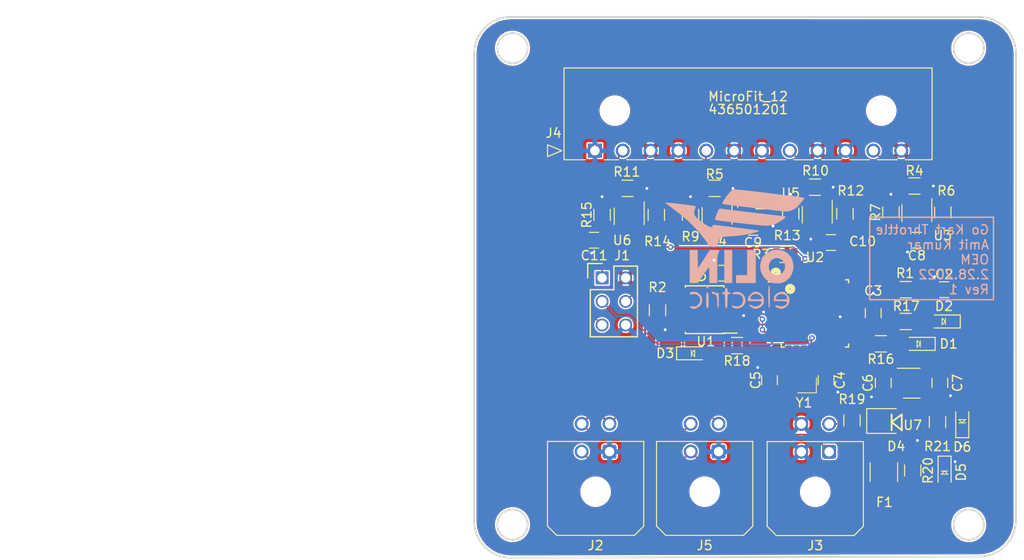
<source format=kicad_pcb>
(kicad_pcb (version 20171130) (host pcbnew 5.1.10)
  (title_block (date 2022-03-07) (rev "Rev 2"))
  (layers (0 F.Cu signal) (31 B.Cu signal) (34 B.Paste user) (35 F.Paste user hide) (36 B.SilkS user) (37 F.SilkS user) (38 B.Mask user) (39 F.Mask user) (44 Edge.Cuts user))
  (net 0 "")
  (net 1 GND)
  (net 2 +5V)
  (net 3 "Net-(C3-Pad1)")
  (net 4 "Net-(C4-Pad1)")
  (net 5 "Net-(C5-Pad1)")
  (net 6 "Net-(D1-Pad2)")
  (net 7 "Net-(D2-Pad2)")
  (net 8 "Net-(D3-Pad2)")
  (net 9 /MISO)
  (net 10 /SCK)
  (net 11 /MOSI)
  (net 12 /RESET)
  (net 13 /CAN_-)
  (net 14 /CAN_+)
  (net 15 /VIN1)
  (net 16 /VIN2)
  (net 17 /VIN3)
  (net 18 /VIN4)
  (net 19 "Net-(R6-Pad2)")
  (net 20 /VOUT1)
  (net 21 /VOUT3)
  (net 22 "Net-(R8-Pad2)")
  (net 23 /VOUT2)
  (net 24 "Net-(R12-Pad2)")
  (net 25 "Net-(R14-Pad2)")
  (net 26 /VOUT4)
  (net 27 /PROGRAMMINGLED1)
  (net 28 /PROGRAMMINGLED2)
  (net 29 /PROGRAMMINGLED3)
  (net 30 /CAN_TX)
  (net 31 /CAN_RX)
  (net 32 "Net-(U1-Pad5)")
  (net 33 "Net-(U2-Pad3)")
  (net 34 "Net-(U2-Pad13)")
  (net 35 "Net-(U2-Pad14)")
  (net 36 "Net-(U2-Pad21)")
  (net 37 "Net-(U2-Pad23)")
  (net 38 "Net-(U2-Pad24)")
  (net 39 "Net-(U2-Pad25)")
  (net 40 "Net-(U2-Pad29)")
  (net 41 "Net-(U2-Pad30)")
  (net 42 "Net-(U2-Pad32)")
  (net 43 +BATT)
  (net 44 /START_BUTTON)
  (net 45 "Net-(J3-Pad3)")
  (net 46 /READY_TO_DRIVE_LED)
  (net 47 "Net-(U2-Pad22)")
  (net 48 "Net-(C6-Pad1)")
  (net 49 "Net-(D5-Pad2)")
  (net 50 "Net-(D6-Pad2)")
  (module footprints:MicroFit_RA_4 (layer F.Cu) (at 163.8695 123.315 180)
    (fp_text reference J2 (at 1.5 -10.12) (layer F.SilkS))
    (fp_text value MicroFit_RA_4)
    (pad "" np_thru_hole circle (at 1.5 -4.32 180) (size 3 3) (drill 3) (layers *.Cu *.Mask))
    (pad 1 thru_hole roundrect (at 0 0 180) (size 1.5 1.5) (drill 1.02) (layers *.Cu *.Mask) (roundrect_rratio 0.166667) (net 1 GND))
    (pad 2 thru_hole circle (at 3 0 180) (size 1.5 1.5) (drill 1.02) (layers *.Cu *.Mask) (net 43 +BATT))
    (pad 3 thru_hole circle (at 0 3 180) (size 1.5 1.5) (drill 1.02) (layers *.Cu *.Mask) (net 14 /CAN_+))
    (pad 4 thru_hole circle (at 3 3 180) (size 1.5 1.5) (drill 1.02) (layers *.Cu *.Mask) (net 13 /CAN_-))
  )
  (module footprints:Small_OE_Logo (layer B.Cu) (at 177.419 101.4095 180)
    (fp_text reference G*** hide)
    (fp_text value LOGO hide)
  )
  (module footprints:R_0805_OEM (layer F.Cu) (at 195.773 109.2835)
    (fp_text reference R17 (at 0.061 -1.651) (layer F.SilkS))
    (fp_text value R_200 hide)
    (pad 1 smd rect (at -0.95 0) (size 0.7 1.3) (layers F.Cu F.Paste F.Mask) (net 28 /PROGRAMMINGLED2))
    (pad 2 smd rect (at 0.95 0) (size 0.7 1.3) (layers F.Cu F.Paste F.Mask) (net 7 "Net-(D2-Pad2)"))
  )
  (module footprints:LED_0805_OEM (layer F.Cu) (at 199.855 109.2835 180)
    (fp_text reference D2 (at -0.043 1.651) (layer F.SilkS))
    (fp_text value LED_0805_Amber hide)
    (pad 2 smd rect (at 1.1 0) (size 1.2 1.2) (layers F.Cu F.Paste F.Mask) (net 7 "Net-(D2-Pad2)"))
    (pad 1 smd rect (at -1.1 0) (size 1.2 1.2) (layers F.Cu F.Paste F.Mask) (net 1 GND))
  )
  (module footprints:R_0805_OEM (layer F.Cu) (at 193.101 111.6965)
    (fp_text reference R16 (at 0 1.651) (layer F.SilkS))
    (fp_text value R_200 hide)
    (pad 1 smd rect (at -0.95 0) (size 0.7 1.3) (layers F.Cu F.Paste F.Mask) (net 27 /PROGRAMMINGLED1))
    (pad 2 smd rect (at 0.95 0) (size 0.7 1.3) (layers F.Cu F.Paste F.Mask) (net 6 "Net-(D1-Pad2)"))
  )
  (module footprints:LED_0805_OEM (layer F.Cu) (at 197.147 111.6965 180)
    (fp_text reference D1 (at -3.259 0) (layer F.SilkS))
    (fp_text value LED_0805 hide)
    (pad 2 smd rect (at 1.1 0) (size 1.2 1.2) (layers F.Cu F.Paste F.Mask) (net 6 "Net-(D1-Pad2)"))
    (pad 1 smd rect (at -1.1 0) (size 1.2 1.2) (layers F.Cu F.Paste F.Mask) (net 1 GND))
  )
  (module footprints:R_0805_OEM (layer F.Cu) (at 178.562 96.3905 270)
    (fp_text reference R8 (at 0 -1.65 90) (layer F.SilkS))
    (fp_text value R_10K hide)
    (pad 1 smd rect (at -0.95 0 270) (size 0.7 1.3) (layers F.Cu F.Paste F.Mask) (net 21 /VOUT3))
    (pad 2 smd rect (at 0.95 0 270) (size 0.7 1.3) (layers F.Cu F.Paste F.Mask) (net 22 "Net-(R8-Pad2)"))
  )
  (module footprints:R_0805_OEM (layer F.Cu) (at 177.612 111.887 180)
    (fp_text reference R18 (at 0.0025 -1.651) (layer F.SilkS))
    (fp_text value R_200 hide)
    (pad 2 smd rect (at 0.95 0 180) (size 0.7 1.3) (layers F.Cu F.Paste F.Mask) (net 8 "Net-(D3-Pad2)"))
    (pad 1 smd rect (at -0.95 0 180) (size 0.7 1.3) (layers F.Cu F.Paste F.Mask) (net 29 /PROGRAMMINGLED3))
  )
  (module footprints:LED_0805_OEM (layer F.Cu) (at 172.89 112.7125)
    (fp_text reference D3 (at -3.0275 0) (layer F.SilkS))
    (fp_text value LED_0805_Red hide)
    (pad 1 smd rect (at -1.1 0 180) (size 1.2 1.2) (layers F.Cu F.Paste F.Mask) (net 1 GND))
    (pad 2 smd rect (at 1.1 0 180) (size 1.2 1.2) (layers F.Cu F.Paste F.Mask) (net 8 "Net-(D3-Pad2)"))
  )
  (module footprints:C_0805_OEM (layer F.Cu) (at 176.133 104.0765 180)
    (fp_text reference C1 (at 2.397 0 270) (layer F.SilkS))
    (fp_text value C_0.1uF hide)
    (pad 2 smd rect (at 1 0 180) (size 1 1.25) (layers F.Cu F.Paste F.Mask) (net 1 GND))
    (pad 1 smd rect (at -1 0 180) (size 1 1.25) (layers F.Cu F.Paste F.Mask) (net 2 +5V))
  )
  (module footprints:C_0805_OEM (layer F.Cu) (at 199.914 105.8545 180)
    (fp_text reference C2 (at 0 1.651) (layer F.SilkS))
    (fp_text value C_0.1uF hide)
    (pad 1 smd rect (at -1 0 180) (size 1 1.25) (layers F.Cu F.Paste F.Mask) (net 2 +5V))
    (pad 2 smd rect (at 1 0 180) (size 1 1.25) (layers F.Cu F.Paste F.Mask) (net 1 GND))
  )
  (module footprints:C_0805_OEM (layer F.Cu) (at 192.278 108.3785 90)
    (fp_text reference C3 (at 2.397 0 180) (layer F.SilkS))
    (fp_text value C_100pF hide)
    (pad 1 smd rect (at -1 0 90) (size 1 1.25) (layers F.Cu F.Paste F.Mask) (net 3 "Net-(C3-Pad1)"))
    (pad 2 smd rect (at 1 0 90) (size 1 1.25) (layers F.Cu F.Paste F.Mask) (net 1 GND))
  )
  (module footprints:C_0805_OEM (layer F.Cu) (at 187.198 115.6175 270)
    (fp_text reference C4 (at 0 -1.5 90) (layer F.SilkS))
    (fp_text value C_30pF hide)
    (pad 2 smd rect (at 1 0 270) (size 1 1.25) (layers F.Cu F.Paste F.Mask) (net 1 GND))
    (pad 1 smd rect (at -1 0 270) (size 1 1.25) (layers F.Cu F.Paste F.Mask) (net 4 "Net-(C4-Pad1)"))
  )
  (module footprints:C_0805_OEM (layer F.Cu) (at 181.102 115.6175 90)
    (fp_text reference C5 (at 0 -1.5 90) (layer F.SilkS))
    (fp_text value C_30pF hide)
    (pad 1 smd rect (at -1 0 90) (size 1 1.25) (layers F.Cu F.Paste F.Mask) (net 5 "Net-(C5-Pad1)"))
    (pad 2 smd rect (at 1 0 90) (size 1 1.25) (layers F.Cu F.Paste F.Mask) (net 1 GND))
  )
  (module footprints:Pin_Header_Straight_2x03 (layer F.Cu) (at 163.068 104.5845)
    (fp_text reference J1 (at 2.159 -2.413) (layer F.SilkS))
    (fp_text value CONN_02X03 hide)
    (pad 1 thru_hole rect (at 0 0) (size 1.4 1.4) (drill 1.016) (layers *.Cu *.Mask) (net 9 /MISO))
    (pad 2 thru_hole circle (at 2.54 0) (size 1.4 1.4) (drill 1.016) (layers *.Cu *.Mask) (net 2 +5V))
    (pad 3 thru_hole circle (at 0 2.54) (size 1.4 1.4) (drill 1.016) (layers *.Cu *.Mask) (net 10 /SCK))
    (pad 4 thru_hole circle (at 2.54 2.54) (size 1.4 1.4) (drill 1.016) (layers *.Cu *.Mask) (net 11 /MOSI))
    (pad 5 thru_hole circle (at 0 5.08) (size 1.4 1.4) (drill 1.016) (layers *.Cu *.Mask) (net 12 /RESET))
    (pad 6 thru_hole circle (at 2.54 5.08) (size 1.4 1.4) (drill 1.016) (layers *.Cu *.Mask) (net 1 GND))
  )
  (module footprints:MicroFit12_ra (layer F.Cu) (at 162.291719 90.8685 180)
    (fp_text reference J4 (at 4.445 1.905) (layer F.SilkS))
    (fp_text value MicroFit_12 (at -16.499993 5.842) (layer F.SilkS))
    (fp_text user * (at 0 0) (layer F.SilkS))
    (fp_text user 436501201 (at -16.51 4.445) (layer F.SilkS))
    (pad 1 thru_hole rect (at 0 0 180) (size 1.52 1.52) (drill 1.02) (layers *.Cu *.Mask) (net 1 GND))
    (pad 2 thru_hole circle (at -2.999999 0 180) (size 1.52 1.52) (drill 1.02) (layers *.Cu *.Mask) (net 18 /VIN4))
    (pad 3 thru_hole circle (at -5.999998 0 180) (size 1.52 1.52) (drill 1.02) (layers *.Cu *.Mask) (net 2 +5V))
    (pad 4 thru_hole circle (at -8.999997 0 180) (size 1.52 1.52) (drill 1.02) (layers *.Cu *.Mask) (net 1 GND))
    (pad 5 thru_hole circle (at -11.999996 0 180) (size 1.52 1.52) (drill 1.02) (layers *.Cu *.Mask) (net 17 /VIN3))
    (pad 6 thru_hole circle (at -14.999995 0 180) (size 1.52 1.52) (drill 1.02) (layers *.Cu *.Mask) (net 2 +5V))
    (pad 7 thru_hole circle (at -17.999994 0 180) (size 1.52 1.52) (drill 1.02) (layers *.Cu *.Mask) (net 1 GND))
    (pad 8 thru_hole circle (at -20.999994 0 180) (size 1.52 1.52) (drill 1.02) (layers *.Cu *.Mask) (net 16 /VIN2))
    (pad 9 thru_hole circle (at -23.999993 0 180) (size 1.52 1.52) (drill 1.02) (layers *.Cu *.Mask) (net 2 +5V))
    (pad 10 thru_hole circle (at -26.999992 0 180) (size 1.52 1.52) (drill 1.02) (layers *.Cu *.Mask) (net 1 GND))
    (pad 11 thru_hole circle (at -29.999991 0 180) (size 1.52 1.52) (drill 1.02) (layers *.Cu *.Mask) (net 15 /VIN1))
    (pad 12 thru_hole circle (at -32.99999 0 180) (size 1.52 1.52) (drill 1.02) (layers *.Cu *.Mask) (net 2 +5V))
    (pad M1 np_thru_hole circle (at -2.150044 4.319999 180) (size 2.999999 2.999999) (drill 2.999999) (layers *.Cu *.Mask))
    (pad M2 np_thru_hole circle (at -30.849987 4.319999 180) (size 2.999999 2.999999) (drill 2.999999) (layers *.Cu *.Mask))
  )
  (module footprints:R_0805_OEM (layer F.Cu) (at 195.773 105.8545 180)
    (fp_text reference R1 (at 0.061 1.778) (layer F.SilkS))
    (fp_text value R_100 hide)
    (pad 2 smd rect (at 0.95 0 180) (size 0.7 1.3) (layers F.Cu F.Paste F.Mask) (net 3 "Net-(C3-Pad1)"))
    (pad 1 smd rect (at -0.95 0 180) (size 0.7 1.3) (layers F.Cu F.Paste F.Mask) (net 2 +5V))
  )
  (module footprints:R_0805_OEM (layer F.Cu) (at 169.037 108.0795 90)
    (fp_text reference R2 (at 2.479 0 180) (layer F.SilkS))
    (fp_text value R_120_DNP hide)
    (pad 1 smd rect (at -0.95 0 90) (size 0.7 1.3) (layers F.Cu F.Paste F.Mask) (net 14 /CAN_+))
    (pad 2 smd rect (at 0.95 0 90) (size 0.7 1.3) (layers F.Cu F.Paste F.Mask) (net 13 /CAN_-))
  )
  (module footprints:R_0805_OEM (layer F.Cu) (at 182.819 102.0445)
    (fp_text reference R3 (at -2.606 0) (layer F.SilkS))
    (fp_text value R_10K hide)
    (pad 1 smd rect (at -0.95 0) (size 0.7 1.3) (layers F.Cu F.Paste F.Mask) (net 2 +5V))
    (pad 2 smd rect (at 0.95 0) (size 0.7 1.3) (layers F.Cu F.Paste F.Mask) (net 12 /RESET))
  )
  (module footprints:R_0805_OEM (layer F.Cu) (at 196.723 94.6785 180)
    (fp_text reference R4 (at 0 1.651) (layer F.SilkS))
    (fp_text value R_100K hide)
    (pad 2 smd rect (at 0.95 0 180) (size 0.7 1.3) (layers F.Cu F.Paste F.Mask) (net 15 /VIN1))
    (pad 1 smd rect (at -0.95 0 180) (size 0.7 1.3) (layers F.Cu F.Paste F.Mask) (net 1 GND))
  )
  (module footprints:R_0805_OEM (layer F.Cu) (at 175.199 94.9325 180)
    (fp_text reference R5 (at 0 1.524) (layer F.SilkS))
    (fp_text value R_100K hide)
    (pad 2 smd rect (at 0.95 0 180) (size 0.7 1.3) (layers F.Cu F.Paste F.Mask) (net 17 /VIN3))
    (pad 1 smd rect (at -0.95 0 180) (size 0.7 1.3) (layers F.Cu F.Paste F.Mask) (net 1 GND))
  )
  (module footprints:R_0805_OEM (layer F.Cu) (at 199.771 97.5335 270)
    (fp_text reference R6 (at -2.347 -0.381 180) (layer F.SilkS))
    (fp_text value R_10K hide)
    (pad 2 smd rect (at 0.95 0 270) (size 0.7 1.3) (layers F.Cu F.Paste F.Mask) (net 19 "Net-(R6-Pad2)"))
    (pad 1 smd rect (at -0.95 0 270) (size 0.7 1.3) (layers F.Cu F.Paste F.Mask) (net 20 /VOUT1))
  )
  (module footprints:R_0805_OEM (layer F.Cu) (at 194.183 97.5335 90)
    (fp_text reference R7 (at 0 -1.65 90) (layer F.SilkS))
    (fp_text value R_10K_DNP hide)
    (pad 1 smd rect (at -0.95 0 90) (size 0.7 1.3) (layers F.Cu F.Paste F.Mask) (net 19 "Net-(R6-Pad2)"))
    (pad 2 smd rect (at 0.95 0 90) (size 0.7 1.3) (layers F.Cu F.Paste F.Mask) (net 1 GND))
  )
  (module footprints:R_0805_OEM (layer F.Cu) (at 172.593 97.7875 90)
    (fp_text reference R9 (at -2.352 0 180) (layer F.SilkS))
    (fp_text value R_10K_DNP hide)
    (pad 2 smd rect (at 0.95 0 90) (size 0.7 1.3) (layers F.Cu F.Paste F.Mask) (net 1 GND))
    (pad 1 smd rect (at -0.95 0 90) (size 0.7 1.3) (layers F.Cu F.Paste F.Mask) (net 22 "Net-(R8-Pad2)"))
  )
  (module footprints:R_0805_OEM (layer F.Cu) (at 185.994 94.8055 180)
    (fp_text reference R10 (at -0.061 1.778) (layer F.SilkS))
    (fp_text value R_100K hide)
    (pad 1 smd rect (at -0.95 0 180) (size 0.7 1.3) (layers F.Cu F.Paste F.Mask) (net 1 GND))
    (pad 2 smd rect (at 0.95 0 180) (size 0.7 1.3) (layers F.Cu F.Paste F.Mask) (net 16 /VIN2))
  )
  (module footprints:R_0805_OEM (layer F.Cu) (at 165.801 94.9325 180)
    (fp_text reference R11 (at 0.066 1.778) (layer F.SilkS))
    (fp_text value R_100K hide)
    (pad 2 smd rect (at 0.95 0 180) (size 0.7 1.3) (layers F.Cu F.Paste F.Mask) (net 18 /VIN4))
    (pad 1 smd rect (at -0.95 0 180) (size 0.7 1.3) (layers F.Cu F.Paste F.Mask) (net 1 GND))
  )
  (module footprints:R_0805_OEM (layer F.Cu) (at 189.23 97.6605 270)
    (fp_text reference R12 (at -2.474 -0.635 180) (layer F.SilkS))
    (fp_text value R_10K hide)
    (pad 1 smd rect (at -0.95 0 270) (size 0.7 1.3) (layers F.Cu F.Paste F.Mask) (net 23 /VOUT2))
    (pad 2 smd rect (at 0.95 0 270) (size 0.7 1.3) (layers F.Cu F.Paste F.Mask) (net 24 "Net-(R12-Pad2)"))
  )
  (module footprints:R_0805_OEM (layer F.Cu) (at 183.388 97.6605 90)
    (fp_text reference R13 (at -2.352 -0.381 180) (layer F.SilkS))
    (fp_text value R_10K_DNP hide)
    (pad 1 smd rect (at -0.95 0 90) (size 0.7 1.3) (layers F.Cu F.Paste F.Mask) (net 24 "Net-(R12-Pad2)"))
    (pad 2 smd rect (at 0.95 0 90) (size 0.7 1.3) (layers F.Cu F.Paste F.Mask) (net 1 GND))
  )
  (module footprints:R_0805_OEM (layer F.Cu) (at 168.91 97.7875 270)
    (fp_text reference R14 (at 2.86 -0.127 180) (layer F.SilkS))
    (fp_text value R_10K hide)
    (pad 2 smd rect (at 0.95 0 270) (size 0.7 1.3) (layers F.Cu F.Paste F.Mask) (net 25 "Net-(R14-Pad2)"))
    (pad 1 smd rect (at -0.95 0 270) (size 0.7 1.3) (layers F.Cu F.Paste F.Mask) (net 26 /VOUT4))
  )
  (module footprints:R_0805_OEM (layer F.Cu) (at 163.068 97.7875 90)
    (fp_text reference R15 (at 0 -1.65 90) (layer F.SilkS))
    (fp_text value R_10K_DNP hide)
    (pad 1 smd rect (at -0.95 0 90) (size 0.7 1.3) (layers F.Cu F.Paste F.Mask) (net 25 "Net-(R14-Pad2)"))
    (pad 2 smd rect (at 0.95 0 90) (size 0.7 1.3) (layers F.Cu F.Paste F.Mask) (net 1 GND))
  )
  (module footprints:SOIC-8_3.9x4.9mm_Pitch1.27mm_OEM (layer F.Cu) (at 174.117 108.0135 180)
    (fp_text reference U1 (at -0.127 -3.429) (layer F.SilkS))
    (fp_text value MCP2561-E_SN hide)
    (pad 8 smd rect (at 2.7 -1.905 180) (size 1.55 0.6) (layers F.Cu F.Paste F.Mask) (net 1 GND))
    (pad 7 smd rect (at 2.7 -0.635 180) (size 1.55 0.6) (layers F.Cu F.Paste F.Mask) (net 14 /CAN_+))
    (pad 6 smd rect (at 2.7 0.635 180) (size 1.55 0.6) (layers F.Cu F.Paste F.Mask) (net 13 /CAN_-))
    (pad 5 smd rect (at 2.7 1.905 180) (size 1.55 0.6) (layers F.Cu F.Paste F.Mask) (net 32 "Net-(U1-Pad5)"))
    (pad 4 smd rect (at -2.7 1.905 180) (size 1.55 0.6) (layers F.Cu F.Paste F.Mask) (net 31 /CAN_RX))
    (pad 3 smd rect (at -2.7 0.635 180) (size 1.55 0.6) (layers F.Cu F.Paste F.Mask) (net 2 +5V))
    (pad 2 smd rect (at -2.7 -0.635 180) (size 1.55 0.6) (layers F.Cu F.Paste F.Mask) (net 1 GND))
    (pad 1 smd rect (at -2.7 -1.905 180) (size 1.55 0.6) (layers F.Cu F.Paste F.Mask) (net 30 /CAN_TX))
  )
  (module footprints:TQFP-32_7x7mm_Pitch0.8mm (layer F.Cu) (at 185.996 108.4135)
    (fp_text reference U2 (at 0 -6.05) (layer F.SilkS))
    (fp_text value ATMEGA16M1 hide)
    (pad 1 smd rect (at -4.25 -2.8) (size 1.6 0.55) (layers F.Cu F.Paste F.Mask) (net 9 /MISO))
    (pad 2 smd rect (at -4.25 -2) (size 1.6 0.55) (layers F.Cu F.Paste F.Mask) (net 11 /MOSI))
    (pad 3 smd rect (at -4.25 -1.2) (size 1.6 0.55) (layers F.Cu F.Paste F.Mask) (net 33 "Net-(U2-Pad3)"))
    (pad 4 smd rect (at -4.25 -0.4) (size 1.6 0.55) (layers F.Cu F.Paste F.Mask) (net 2 +5V))
    (pad 5 smd rect (at -4.25 0.4) (size 1.6 0.55) (layers F.Cu F.Paste F.Mask) (net 1 GND))
    (pad 6 smd rect (at -4.25 1.2) (size 1.6 0.55) (layers F.Cu F.Paste F.Mask) (net 30 /CAN_TX))
    (pad 7 smd rect (at -4.25 2) (size 1.6 0.55) (layers F.Cu F.Paste F.Mask) (net 31 /CAN_RX))
    (pad 8 smd rect (at -4.25 2.8) (size 1.6 0.55) (layers F.Cu F.Paste F.Mask) (net 29 /PROGRAMMINGLED3))
    (pad 9 smd rect (at -2.8 4.25 90) (size 1.6 0.55) (layers F.Cu F.Paste F.Mask) (net 44 /START_BUTTON))
    (pad 10 smd rect (at -2 4.25 90) (size 1.6 0.55) (layers F.Cu F.Paste F.Mask) (net 5 "Net-(C5-Pad1)"))
    (pad 11 smd rect (at -1.2 4.25 90) (size 1.6 0.55) (layers F.Cu F.Paste F.Mask) (net 4 "Net-(C4-Pad1)"))
    (pad 12 smd rect (at -0.4 4.25 90) (size 1.6 0.55) (layers F.Cu F.Paste F.Mask) (net 10 /SCK))
    (pad 13 smd rect (at 0.4 4.25 90) (size 1.6 0.55) (layers F.Cu F.Paste F.Mask) (net 34 "Net-(U2-Pad13)"))
    (pad 14 smd rect (at 1.2 4.25 90) (size 1.6 0.55) (layers F.Cu F.Paste F.Mask) (net 35 "Net-(U2-Pad14)"))
    (pad 15 smd rect (at 2 4.25 90) (size 1.6 0.55) (layers F.Cu F.Paste F.Mask) (net 46 /READY_TO_DRIVE_LED))
    (pad 16 smd rect (at 2.8 4.25 90) (size 1.6 0.55) (layers F.Cu F.Paste F.Mask) (net 20 /VOUT1))
    (pad 17 smd rect (at 4.25 2.8) (size 1.6 0.55) (layers F.Cu F.Paste F.Mask) (net 27 /PROGRAMMINGLED1))
    (pad 18 smd rect (at 4.25 2) (size 1.6 0.55) (layers F.Cu F.Paste F.Mask) (net 28 /PROGRAMMINGLED2))
    (pad 19 smd rect (at 4.25 1.2) (size 1.6 0.55) (layers F.Cu F.Paste F.Mask) (net 3 "Net-(C3-Pad1)"))
    (pad 20 smd rect (at 4.25 0.4) (size 1.6 0.55) (layers F.Cu F.Paste F.Mask) (net 1 GND))
    (pad 21 smd rect (at 4.25 -0.4) (size 1.6 0.55) (layers F.Cu F.Paste F.Mask) (net 36 "Net-(U2-Pad21)"))
    (pad 22 smd rect (at 4.25 -1.2) (size 1.6 0.55) (layers F.Cu F.Paste F.Mask) (net 47 "Net-(U2-Pad22)"))
    (pad 23 smd rect (at 4.25 -2) (size 1.6 0.55) (layers F.Cu F.Paste F.Mask) (net 37 "Net-(U2-Pad23)"))
    (pad 24 smd rect (at 4.25 -2.8) (size 1.6 0.55) (layers F.Cu F.Paste F.Mask) (net 38 "Net-(U2-Pad24)"))
    (pad 25 smd rect (at 2.8 -4.25 90) (size 1.6 0.55) (layers F.Cu F.Paste F.Mask) (net 39 "Net-(U2-Pad25)"))
    (pad 26 smd rect (at 2 -4.25 90) (size 1.6 0.55) (layers F.Cu F.Paste F.Mask) (net 23 /VOUT2))
    (pad 27 smd rect (at 1.2 -4.25 90) (size 1.6 0.55) (layers F.Cu F.Paste F.Mask) (net 21 /VOUT3))
    (pad 28 smd rect (at 0.4 -4.25 90) (size 1.6 0.55) (layers F.Cu F.Paste F.Mask) (net 26 /VOUT4))
    (pad 29 smd rect (at -0.4 -4.25 90) (size 1.6 0.55) (layers F.Cu F.Paste F.Mask) (net 40 "Net-(U2-Pad29)"))
    (pad 30 smd rect (at -1.2 -4.25 90) (size 1.6 0.55) (layers F.Cu F.Paste F.Mask) (net 41 "Net-(U2-Pad30)"))
    (pad 31 smd rect (at -2 -4.25 90) (size 1.6 0.55) (layers F.Cu F.Paste F.Mask) (net 12 /RESET))
    (pad 32 smd rect (at -2.8 -4.25 90) (size 1.6 0.55) (layers F.Cu F.Paste F.Mask) (net 42 "Net-(U2-Pad32)"))
  )
  (module footprints:Crystal_SMD_FA238 (layer F.Cu) (at 184.15 115.3795 180)
    (fp_text reference Y1 (at -0.67564 -2.66192) (layer F.SilkS))
    (fp_text value Crystal_SMD hide)
    (pad 1 smd rect (at -1.1 0.8 180) (size 1.4 1.2) (layers F.Cu F.Mask) (net 4 "Net-(C4-Pad1)"))
    (pad 2 smd rect (at 1.1 0.8 180) (size 1.4 1.2) (layers F.Cu F.Mask) (net 1 GND))
    (pad 3 smd rect (at 1.1 -0.8 180) (size 1.4 1.2) (layers F.Cu F.Mask) (net 5 "Net-(C5-Pad1)"))
    (pad 4 smd rect (at -1.1 -0.8 180) (size 1.4 1.2) (layers F.Cu F.Mask) (net 1 GND))
  )
  (module footprints:SOT-23-5_OEM (layer F.Cu) (at 196.977 97.5995 270)
    (fp_text reference U3 (at 2.413 -2.794 180) (layer F.SilkS))
    (fp_text value MCP6001 hide)
    (pad 5 smd rect (at 1.1 -0.95 270) (size 1.06 0.65) (layers F.Cu F.Paste F.Mask) (net 2 +5V))
    (pad 4 smd rect (at 1.1 0.95 270) (size 1.06 0.65) (layers F.Cu F.Paste F.Mask) (net 19 "Net-(R6-Pad2)"))
    (pad 3 smd rect (at -1.1 0.95 270) (size 1.06 0.65) (layers F.Cu F.Paste F.Mask) (net 15 /VIN1))
    (pad 2 smd rect (at -1.1 0 270) (size 1.06 0.65) (layers F.Cu F.Paste F.Mask) (net 1 GND))
    (pad 1 smd rect (at -1.1 -0.95 270) (size 1.06 0.65) (layers F.Cu F.Paste F.Mask) (net 20 /VOUT1))
  )
  (module footprints:SOT-23-5_OEM (layer F.Cu) (at 175.453 97.8965 270)
    (fp_text reference U4 (at 2.751 -0.061 180) (layer F.SilkS))
    (fp_text value MCP6001 hide)
    (pad 1 smd rect (at -1.1 -0.95 270) (size 1.06 0.65) (layers F.Cu F.Paste F.Mask) (net 21 /VOUT3))
    (pad 2 smd rect (at -1.1 0 270) (size 1.06 0.65) (layers F.Cu F.Paste F.Mask) (net 1 GND))
    (pad 3 smd rect (at -1.1 0.95 270) (size 1.06 0.65) (layers F.Cu F.Paste F.Mask) (net 17 /VIN3))
    (pad 4 smd rect (at 1.1 0.95 270) (size 1.06 0.65) (layers F.Cu F.Paste F.Mask) (net 22 "Net-(R8-Pad2)"))
    (pad 5 smd rect (at 1.1 -0.95 270) (size 1.06 0.65) (layers F.Cu F.Paste F.Mask) (net 2 +5V))
  )
  (module footprints:SOT-23-5_OEM (layer F.Cu) (at 186.248 97.7695 270)
    (fp_text reference U5 (at -2.329 2.86 180) (layer F.SilkS))
    (fp_text value MCP6001 hide)
    (pad 5 smd rect (at 1.1 -0.95 270) (size 1.06 0.65) (layers F.Cu F.Paste F.Mask) (net 2 +5V))
    (pad 4 smd rect (at 1.1 0.95 270) (size 1.06 0.65) (layers F.Cu F.Paste F.Mask) (net 24 "Net-(R12-Pad2)"))
    (pad 3 smd rect (at -1.1 0.95 270) (size 1.06 0.65) (layers F.Cu F.Paste F.Mask) (net 16 /VIN2))
    (pad 2 smd rect (at -1.1 0 270) (size 1.06 0.65) (layers F.Cu F.Paste F.Mask) (net 1 GND))
    (pad 1 smd rect (at -1.1 -0.95 270) (size 1.06 0.65) (layers F.Cu F.Paste F.Mask) (net 23 /VOUT2))
  )
  (module footprints:SOT-23-5_OEM (layer F.Cu) (at 165.989 97.9375 270)
    (fp_text reference U6 (at 2.583 0.762 180) (layer F.SilkS))
    (fp_text value MCP6001 hide)
    (pad 1 smd rect (at -1.1 -0.95 270) (size 1.06 0.65) (layers F.Cu F.Paste F.Mask) (net 26 /VOUT4))
    (pad 2 smd rect (at -1.1 0 270) (size 1.06 0.65) (layers F.Cu F.Paste F.Mask) (net 1 GND))
    (pad 3 smd rect (at -1.1 0.95 270) (size 1.06 0.65) (layers F.Cu F.Paste F.Mask) (net 18 /VIN4))
    (pad 4 smd rect (at 1.1 0.95 270) (size 1.06 0.65) (layers F.Cu F.Paste F.Mask) (net 25 "Net-(R14-Pad2)"))
    (pad 5 smd rect (at 1.1 -0.95 270) (size 1.06 0.65) (layers F.Cu F.Paste F.Mask) (net 2 +5V))
  )
  (module footprints:C_0805_OEM (layer F.Cu) (at 193.3575 115.9035 270)
    (fp_text reference C6 (at 0 1.651 90) (layer F.SilkS))
    (fp_text value C_1uF hide)
    (pad 2 smd rect (at 1 0 270) (size 1 1.25) (layers F.Cu F.Paste F.Mask) (net 1 GND))
    (pad 1 smd rect (at -1 0 270) (size 1 1.25) (layers F.Cu F.Paste F.Mask) (net 48 "Net-(C6-Pad1)"))
  )
  (module footprints:C_0805_OEM (layer F.Cu) (at 199.4535 115.9035 270)
    (fp_text reference C7 (at 0 -1.905 90) (layer F.SilkS))
    (fp_text value C_1uF hide)
    (pad 1 smd rect (at -1 0 270) (size 1 1.25) (layers F.Cu F.Paste F.Mask) (net 2 +5V))
    (pad 2 smd rect (at 1 0 270) (size 1 1.25) (layers F.Cu F.Paste F.Mask) (net 1 GND))
  )
  (module footprints:SOT-23-5 (layer F.Cu) (at 196.425501 115.934501)
    (fp_text reference U7 (at 0.106999 4.524999) (layer F.SilkS))
    (fp_text value AP7370)
    (pad 1 smd rect (at -1.1 -0.95) (size 1.06 0.65) (layers F.Cu F.Paste F.Mask) (net 48 "Net-(C6-Pad1)"))
    (pad 2 smd rect (at -1.1 0) (size 1.06 0.65) (layers F.Cu F.Paste F.Mask) (net 1 GND))
    (pad 3 smd rect (at -1.1 0.95) (size 1.06 0.65) (layers F.Cu F.Paste F.Mask))
    (pad 4 smd rect (at 1.1 0.95) (size 1.06 0.65) (layers F.Cu F.Paste F.Mask))
    (pad 5 smd rect (at 1.1 -0.95) (size 1.06 0.65) (layers F.Cu F.Paste F.Mask) (net 2 +5V))
  )
  (module footprints:MicroFit_RA_4 (layer F.Cu) (at 175.617 123.315 180)
    (fp_text reference J5 (at 1.5 -10.12) (layer F.SilkS))
    (fp_text value MicroFit_RA_4)
    (pad 4 thru_hole circle (at 3 3 180) (size 1.5 1.5) (drill 1.02) (layers *.Cu *.Mask) (net 13 /CAN_-))
    (pad 3 thru_hole circle (at 0 3 180) (size 1.5 1.5) (drill 1.02) (layers *.Cu *.Mask) (net 14 /CAN_+))
    (pad 2 thru_hole circle (at 3 0 180) (size 1.5 1.5) (drill 1.02) (layers *.Cu *.Mask) (net 43 +BATT))
    (pad 1 thru_hole roundrect (at 0 0 180) (size 1.5 1.5) (drill 1.02) (layers *.Cu *.Mask) (roundrect_rratio 0.166667) (net 1 GND))
    (pad "" np_thru_hole circle (at 1.5 -4.32 180) (size 3 3) (drill 3) (layers *.Cu *.Mask))
  )
  (module footprints:C_0805_OEM (layer F.Cu) (at 196.977 100.5205)
    (fp_text reference C8 (at 0 1.651) (layer F.SilkS))
    (fp_text value C_1uF hide)
    (pad 1 smd rect (at -1 0) (size 1 1.25) (layers F.Cu F.Paste F.Mask) (net 1 GND))
    (pad 2 smd rect (at 1 0) (size 1 1.25) (layers F.Cu F.Paste F.Mask) (net 2 +5V))
  )
  (module footprints:C_0805_OEM (layer F.Cu) (at 179.34 99.1235 180)
    (fp_text reference C9 (at 0.016 -1.651) (layer F.SilkS))
    (fp_text value C_1uF hide)
    (pad 2 smd rect (at 1 0 180) (size 1 1.25) (layers F.Cu F.Paste F.Mask) (net 2 +5V))
    (pad 1 smd rect (at -1 0 180) (size 1 1.25) (layers F.Cu F.Paste F.Mask) (net 1 GND))
  )
  (module footprints:C_0805_OEM (layer F.Cu) (at 187.722 100.7745)
    (fp_text reference C10 (at 3.413 -0.127) (layer F.SilkS))
    (fp_text value C_1uF hide)
    (pad 1 smd rect (at -1 0) (size 1 1.25) (layers F.Cu F.Paste F.Mask) (net 1 GND))
    (pad 2 smd rect (at 1 0) (size 1 1.25) (layers F.Cu F.Paste F.Mask) (net 2 +5V))
  )
  (module footprints:C_0805_OEM (layer F.Cu) (at 162.195 100.5205)
    (fp_text reference C11 (at 0.016 1.651) (layer F.SilkS))
    (fp_text value C_1uF hide)
    (pad 2 smd rect (at 1 0) (size 1 1.25) (layers F.Cu F.Paste F.Mask) (net 2 +5V))
    (pad 1 smd rect (at -1 0) (size 1 1.25) (layers F.Cu F.Paste F.Mask) (net 1 GND))
  )
  (module footprints:MicroFit_RA_4 (layer F.Cu) (at 187.531 123.3325 180)
    (fp_text reference J3 (at 1.5 -10.12) (layer F.SilkS))
    (fp_text value MicroFit_RA_4)
    (pad "" np_thru_hole circle (at 1.5 -4.32 180) (size 3 3) (drill 3) (layers *.Cu *.Mask))
    (pad 1 thru_hole roundrect (at 0 0 180) (size 1.5 1.5) (drill 1.02) (layers *.Cu *.Mask) (roundrect_rratio 0.166667) (net 44 /START_BUTTON))
    (pad 2 thru_hole circle (at 3 0 180) (size 1.5 1.5) (drill 1.02) (layers *.Cu *.Mask) (net 1 GND))
    (pad 3 thru_hole circle (at 0 3 180) (size 1.5 1.5) (drill 1.02) (layers *.Cu *.Mask) (net 45 "Net-(J3-Pad3)"))
    (pad 4 thru_hole circle (at 3 3 180) (size 1.5 1.5) (drill 1.02) (layers *.Cu *.Mask) (net 1 GND))
  )
  (module footprints:R_0805_OEM (layer F.Cu) (at 189.992 119.9515 270)
    (fp_text reference R19 (at -2.286 0 180) (layer F.SilkS))
    (fp_text value R_200 hide)
    (pad 1 smd rect (at -0.95 0 270) (size 0.7 1.3) (layers F.Cu F.Paste F.Mask) (net 46 /READY_TO_DRIVE_LED))
    (pad 2 smd rect (at 0.95 0 270) (size 0.7 1.3) (layers F.Cu F.Paste F.Mask) (net 45 "Net-(J3-Pad3)"))
  )
  (module footprints:DO-214AA (layer F.Cu) (at 194.7545 120.015)
    (fp_text reference D4 (at 0 2.7305) (layer F.SilkS))
    (fp_text value D_Zener_18V hide)
    (pad 2 smd rect (at 2.032 0 180) (size 1.778 2.159) (layers F.Cu F.Paste F.Mask) (net 1 GND))
    (pad 1 smd rect (at -2.032 0 180) (size 1.778 2.159) (layers F.Cu F.Paste F.Mask) (net 48 "Net-(C6-Pad1)"))
  )
  (module footprints:LED_0805_OEM (layer F.Cu) (at 199.9615 125.603 270)
    (fp_text reference D5 (at -0.0635 -1.778 90) (layer F.SilkS))
    (fp_text value LED_0805 hide)
    (pad 2 smd rect (at 1.1 0 90) (size 1.2 1.2) (layers F.Cu F.Paste F.Mask) (net 49 "Net-(D5-Pad2)"))
    (pad 1 smd rect (at -1.1 0 90) (size 1.2 1.2) (layers F.Cu F.Paste F.Mask) (net 1 GND))
  )
  (module footprints:LED_0805_OEM (layer F.Cu) (at 201.8665 120.015 90)
    (fp_text reference D6 (at -2.794 0 180) (layer F.SilkS))
    (fp_text value LED_0805 hide)
    (pad 1 smd rect (at -1.1 0 270) (size 1.2 1.2) (layers F.Cu F.Paste F.Mask) (net 1 GND))
    (pad 2 smd rect (at 1.1 0 270) (size 1.2 1.2) (layers F.Cu F.Paste F.Mask) (net 50 "Net-(D6-Pad2)"))
  )
  (module footprints:Fuse_1210 (layer F.Cu) (at 193.421 125.529 270)
    (fp_text reference F1 (at 3.249 -0.0635 180) (layer F.SilkS))
    (fp_text value F_500mA_16V hide)
    (pad 1 smd rect (at -1.45 0 270) (size 0.9 2.5) (layers F.Cu F.Paste F.Mask) (net 48 "Net-(C6-Pad1)"))
    (pad 2 smd rect (at 1.45 0 270) (size 0.9 2.5) (layers F.Cu F.Paste F.Mask) (net 43 +BATT))
  )
  (module footprints:R_0805_OEM (layer F.Cu) (at 196.5325 125.3465 270)
    (fp_text reference R20 (at 0 -1.65 90) (layer F.SilkS))
    (fp_text value R_1K hide)
    (pad 1 smd rect (at -0.95 0 270) (size 0.7 1.3) (layers F.Cu F.Paste F.Mask) (net 48 "Net-(C6-Pad1)"))
    (pad 2 smd rect (at 0.95 0 270) (size 0.7 1.3) (layers F.Cu F.Paste F.Mask) (net 49 "Net-(D5-Pad2)"))
  )
  (module footprints:R_0805_OEM (layer F.Cu) (at 199.1995 120.1445 90)
    (fp_text reference R21 (at -2.6035 0 180) (layer F.SilkS))
    (fp_text value R_200 hide)
    (pad 2 smd rect (at 0.95 0 90) (size 0.7 1.3) (layers F.Cu F.Paste F.Mask) (net 50 "Net-(D6-Pad2)"))
    (pad 1 smd rect (at -0.95 0 90) (size 0.7 1.3) (layers F.Cu F.Paste F.Mask) (net 2 +5V))
  )
  (gr_arc (start 203.708 80.395606) (end 207.649606 80.395606) (angle -90) (layer Edge.Cuts) (width 0.2))
  (gr_arc (start 153.230106 80.391) (end 153.230106 76.449394) (angle -90) (layer Edge.Cuts) (width 0.2))
  (gr_arc (start 153.230106 130.81) (end 149.2885 130.81) (angle -90) (layer Edge.Cuts) (width 0.2))
  (gr_arc (start 203.703394 130.683) (end 203.703394 134.624606) (angle -90) (layer Edge.Cuts) (width 0.2))
  (gr_circle (center 202.565 79.8195) (end 204.19695 79.8195) (layer Edge.Cuts) (width 0.2))
  (gr_circle (center 153.416 131.191) (end 155.04795 131.191) (layer Edge.Cuts) (width 0.2))
  (gr_circle (center 153.416 79.8195) (end 155.04795 79.8195) (layer Edge.Cuts) (width 0.2))
  (gr_circle (center 202.565 131.191) (end 204.19695 131.191) (layer Edge.Cuts) (width 0.2))
  (gr_line (start 205.232 98.044) (end 191.897 98.044) (layer B.SilkS) (width 0.15))
  (gr_line (start 191.897 98.171) (end 191.897 98.044) (layer B.SilkS) (width 0.15))
  (gr_line (start 191.897 98.425) (end 191.897 98.171) (layer B.SilkS) (width 0.15))
  (gr_line (start 191.897 106.934) (end 191.897 98.425) (layer B.SilkS) (width 0.15))
  (gr_line (start 196.85 106.934) (end 191.897 106.934) (layer B.SilkS) (width 0.15))
  (gr_line (start 205.232 106.934) (end 196.85 106.934) (layer B.SilkS) (width 0.15))
  (gr_line (start 205.232 98.044) (end 205.232 106.934) (layer B.SilkS) (width 0.15))
  (gr_text "Go Kart Throttle\nAmit Kumar\nOEM\n2.28.2022\nRev 1" (at 204.851 102.616) (layer B.SilkS) (effects (font (size 1 1)) (justify left mirror)))
  (gr_line (start 149.2885 130.81) (end 149.2885 80.391) (layer Edge.Cuts) (width 0.2))
  (gr_line (start 203.703394 134.624606) (end 153.230106 134.751606) (layer Edge.Cuts) (width 0.2))
  (gr_line (start 207.649606 80.395606) (end 207.645 130.683) (layer Edge.Cuts) (width 0.2))
  (gr_line (start 153.230106 76.449394) (end 203.708 76.454) (layer Edge.Cuts) (width 0.2))
  (segment (start 165.989 95.6945) (end 166.751 94.9325) (width 0.1524) (layer F.Cu) (net 1))
  (segment (start 165.989 96.8375) (end 165.989 95.6945) (width 0.1524) (layer F.Cu) (net 1))
  (segment (start 175.453 95.6285) (end 176.149 94.9325) (width 0.1524) (layer F.Cu) (net 1))
  (segment (start 175.453 96.7965) (end 175.453 95.6285) (width 0.1524) (layer F.Cu) (net 1))
  (via (at 177.165 94.9325) (size 0.6096) (drill 0.3048) (layers F.Cu B.Cu) (net 1))
  (segment (start 176.149 94.9325) (end 177.165 94.9325) (width 0.1524) (layer F.Cu) (net 1))
  (via (at 187.96 94.8055) (size 0.6096) (drill 0.3048) (layers F.Cu B.Cu) (net 1))
  (segment (start 186.944 94.8055) (end 187.96 94.8055) (width 0.1524) (layer F.Cu) (net 1))
  (segment (start 186.248 95.5015) (end 186.944 94.8055) (width 0.1524) (layer F.Cu) (net 1))
  (segment (start 186.248 96.6695) (end 186.248 95.5015) (width 0.1524) (layer F.Cu) (net 1))
  (via (at 198.755 94.6785) (size 0.6096) (drill 0.3048) (layers F.Cu B.Cu) (net 1))
  (segment (start 197.673 94.6785) (end 198.755 94.6785) (width 0.1524) (layer F.Cu) (net 1))
  (segment (start 196.977 95.3745) (end 197.673 94.6785) (width 0.1524) (layer F.Cu) (net 1))
  (segment (start 196.977 96.4995) (end 196.977 95.3745) (width 0.1524) (layer F.Cu) (net 1))
  (via (at 188.468 116.9035) (size 0.6096) (drill 0.3048) (layers F.Cu B.Cu) (net 1))
  (segment (start 188.182 116.6175) (end 188.468 116.9035) (width 0.1524) (layer F.Cu) (net 1))
  (segment (start 187.198 116.6175) (end 188.182 116.6175) (width 0.1524) (layer F.Cu) (net 1))
  (segment (start 185.688 116.6175) (end 185.25 116.1795) (width 0.1524) (layer F.Cu) (net 1))
  (segment (start 187.198 116.6175) (end 185.688 116.6175) (width 0.1524) (layer F.Cu) (net 1))
  (segment (start 185.25 116.1795) (end 185.204 116.1795) (width 0.1524) (layer F.Cu) (net 1))
  (via (at 179.832 114.2365) (size 0.6096) (drill 0.3048) (layers F.Cu B.Cu) (net 1))
  (segment (start 180.213 114.6175) (end 179.832 114.2365) (width 0.1524) (layer F.Cu) (net 1))
  (segment (start 181.102 114.6175) (end 180.213 114.6175) (width 0.1524) (layer F.Cu) (net 1))
  (segment (start 183.012 114.6175) (end 183.05 114.5795) (width 0.1524) (layer F.Cu) (net 1))
  (segment (start 181.102 114.6175) (end 183.012 114.6175) (width 0.1524) (layer F.Cu) (net 1))
  (segment (start 194.326499 115.934501) (end 195.325501 115.934501) (width 0.1524) (layer F.Cu) (net 1))
  (segment (start 193.3575 116.9035) (end 194.326499 115.934501) (width 0.1524) (layer F.Cu) (net 1))
  (via (at 192.0875 117.4115) (size 0.6096) (drill 0.3048) (layers F.Cu B.Cu) (net 1))
  (segment (start 192.5955 116.9035) (end 192.0875 117.4115) (width 0.1524) (layer F.Cu) (net 1))
  (segment (start 193.3575 116.9035) (end 192.5955 116.9035) (width 0.1524) (layer F.Cu) (net 1))
  (via (at 200.5965 117.2845) (size 0.6096) (drill 0.3048) (layers F.Cu B.Cu) (net 1))
  (segment (start 200.2155 116.9035) (end 200.5965 117.2845) (width 0.1524) (layer F.Cu) (net 1))
  (segment (start 199.4535 116.9035) (end 200.2155 116.9035) (width 0.1524) (layer F.Cu) (net 1))
  (via (at 178.308 108.6485) (size 0.6096) (drill 0.3048) (layers F.Cu B.Cu) (net 1))
  (segment (start 176.817 108.6485) (end 178.308 108.6485) (width 0.1524) (layer F.Cu) (net 1))
  (via (at 175.133 102.6795) (size 0.6096) (drill 0.3048) (layers F.Cu B.Cu) (net 1))
  (segment (start 175.133 104.0765) (end 175.133 102.6795) (width 0.1524) (layer F.Cu) (net 1))
  (via (at 180.467 108.2675) (size 0.6096) (drill 0.3048) (layers F.Cu B.Cu) (net 1))
  (segment (start 181.013 108.8135) (end 180.467 108.2675) (width 0.1524) (layer F.Cu) (net 1))
  (segment (start 181.746 108.8135) (end 181.013 108.8135) (width 0.1524) (layer F.Cu) (net 1))
  (segment (start 188.759994 108.8135) (end 188.721994 108.7755) (width 0.1524) (layer F.Cu) (net 1))
  (via (at 188.721994 108.7755) (size 0.6096) (drill 0.3048) (layers F.Cu B.Cu) (net 1))
  (segment (start 190.246 108.8135) (end 188.759994 108.8135) (width 0.1524) (layer F.Cu) (net 1))
  (via (at 167.894 94.9325) (size 0.6096) (drill 0.3048) (layers F.Cu B.Cu) (net 1))
  (segment (start 166.751 94.9325) (end 167.894 94.9325) (width 0.1524) (layer F.Cu) (net 1))
  (via (at 194.183 95.5675) (size 0.6096) (drill 0.3048) (layers F.Cu B.Cu) (net 1))
  (segment (start 194.183 96.5835) (end 194.183 95.5675) (width 0.1524) (layer F.Cu) (net 1))
  (via (at 195.961 101.7905) (size 0.6096) (drill 0.3048) (layers F.Cu B.Cu) (net 1))
  (segment (start 195.977 101.7745) (end 195.961 101.7905) (width 0.1524) (layer F.Cu) (net 1))
  (segment (start 195.977 100.5205) (end 195.977 101.7745) (width 0.1524) (layer F.Cu) (net 1))
  (via (at 185.547 100.3935) (size 0.6096) (drill 0.3048) (layers F.Cu B.Cu) (net 1))
  (segment (start 185.928 100.7745) (end 185.547 100.3935) (width 0.1524) (layer F.Cu) (net 1))
  (segment (start 186.722 100.7745) (end 185.928 100.7745) (width 0.1524) (layer F.Cu) (net 1))
  (via (at 161.925 101.9175) (size 0.6096) (drill 0.3048) (layers F.Cu B.Cu) (net 1))
  (segment (start 161.322 101.3145) (end 161.925 101.9175) (width 0.1524) (layer F.Cu) (net 1))
  (segment (start 161.322 100.3935) (end 161.322 101.3145) (width 0.1524) (layer F.Cu) (net 1))
  (via (at 163.068 95.8215) (size 0.6096) (drill 0.3048) (layers F.Cu B.Cu) (net 1))
  (segment (start 163.068 96.8375) (end 163.068 95.8215) (width 0.1524) (layer F.Cu) (net 1))
  (via (at 172.593 95.8215) (size 0.6096) (drill 0.3048) (layers F.Cu B.Cu) (net 1))
  (segment (start 172.593 96.8375) (end 172.593 95.8215) (width 0.1524) (layer F.Cu) (net 1))
  (via (at 181.483 98.9965) (size 0.6096) (drill 0.3048) (layers F.Cu B.Cu) (net 1))
  (segment (start 181.356 99.1235) (end 181.483 98.9965) (width 0.1524) (layer F.Cu) (net 1))
  (segment (start 180.34 99.1235) (end 181.356 99.1235) (width 0.1524) (layer F.Cu) (net 1))
  (via (at 183.388 95.5675) (size 0.6096) (drill 0.3048) (layers F.Cu B.Cu) (net 1))
  (segment (start 183.388 96.7105) (end 183.388 95.5675) (width 0.1524) (layer F.Cu) (net 1))
  (segment (start 198.415 111.8645) (end 198.247 111.6965) (width 0.1524) (layer F.Cu) (net 1))
  (segment (start 198.247 111.6965) (end 200.152 111.6965) (width 0.1524) (layer F.Cu) (net 1))
  (segment (start 200.955 110.8935) (end 200.955 109.2835) (width 0.1524) (layer F.Cu) (net 1))
  (segment (start 200.152 111.6965) (end 200.955 110.8935) (width 0.1524) (layer F.Cu) (net 1))
  (segment (start 200.955 109.2835) (end 200.914 109.2835) (width 0.1524) (layer F.Cu) (net 1))
  (segment (start 198.914 107.2835) (end 198.914 105.8545) (width 0.1524) (layer F.Cu) (net 1))
  (segment (start 200.914 109.2835) (end 198.914 107.2835) (width 0.1524) (layer F.Cu) (net 1))
  (via (at 198.882 104.4575) (size 0.6096) (drill 0.3048) (layers F.Cu B.Cu) (net 1))
  (segment (start 198.914 104.4895) (end 198.882 104.4575) (width 0.1524) (layer F.Cu) (net 1))
  (segment (start 198.914 105.8545) (end 198.914 104.4895) (width 0.1524) (layer F.Cu) (net 1))
  (via (at 192.278 106.2355) (size 0.6096) (drill 0.3048) (layers F.Cu B.Cu) (net 1))
  (segment (start 192.278 107.3785) (end 192.278 106.2355) (width 0.1524) (layer F.Cu) (net 1))
  (segment (start 171.79 110.2915) (end 171.417 109.9185) (width 0.1524) (layer F.Cu) (net 1))
  (segment (start 171.79 112.7125) (end 171.79 110.2915) (width 0.1524) (layer F.Cu) (net 1))
  (via (at 169.8625 110.1725) (size 0.6096) (drill 0.3048) (layers F.Cu B.Cu) (net 1))
  (segment (start 170.1165 109.9185) (end 169.8625 110.1725) (width 0.1524) (layer F.Cu) (net 1))
  (segment (start 171.417 109.9185) (end 170.1165 109.9185) (width 0.1524) (layer F.Cu) (net 1))
  (via (at 201.1045 124.3965) (size 0.6096) (drill 0.3048) (layers F.Cu B.Cu) (net 1))
  (segment (start 200.998 124.503) (end 201.1045 124.3965) (width 0.1524) (layer F.Cu) (net 1))
  (segment (start 199.9615 124.503) (end 200.998 124.503) (width 0.1524) (layer F.Cu) (net 1))
  (via (at 201.7395 122.7455) (size 0.6096) (drill 0.3048) (layers F.Cu B.Cu) (net 1))
  (segment (start 201.8665 122.6185) (end 201.7395 122.7455) (width 0.1524) (layer F.Cu) (net 1))
  (segment (start 201.8665 121.115) (end 201.8665 122.6185) (width 0.1524) (layer F.Cu) (net 1))
  (via (at 197.0405 122.1105) (size 0.6096) (drill 0.3048) (layers F.Cu B.Cu) (net 1))
  (segment (start 196.7865 121.8565) (end 197.0405 122.1105) (width 0.1524) (layer F.Cu) (net 1))
  (segment (start 196.7865 120.015) (end 196.7865 121.8565) (width 0.1524) (layer F.Cu) (net 1))
  (segment (start 199.372499 114.984501) (end 199.4535 114.9035) (width 0.1524) (layer F.Cu) (net 2))
  (segment (start 197.525501 114.984501) (end 199.372499 114.984501) (width 0.1524) (layer F.Cu) (net 2))
  (segment (start 177.51993 103.68957) (end 177.133 104.0765) (width 0.1524) (layer F.Cu) (net 2))
  (segment (start 197.977 98.7495) (end 197.927 98.6995) (width 0.1524) (layer F.Cu) (net 2))
  (segment (start 197.977 100.5205) (end 197.977 98.7495) (width 0.1524) (layer F.Cu) (net 2))
  (segment (start 187.198 99.2505) (end 188.722 100.7745) (width 0.1524) (layer F.Cu) (net 2))
  (segment (start 187.198 98.8695) (end 187.198 99.2505) (width 0.1524) (layer F.Cu) (net 2))
  (segment (start 178.213 98.9965) (end 178.34 99.1235) (width 0.1524) (layer F.Cu) (net 2))
  (segment (start 176.403 98.9965) (end 178.213 98.9965) (width 0.1524) (layer F.Cu) (net 2))
  (segment (start 192.043 109.6135) (end 192.278 109.3785) (width 0.1524) (layer F.Cu) (net 3))
  (segment (start 190.246 109.6135) (end 192.043 109.6135) (width 0.1524) (layer F.Cu) (net 3))
  (segment (start 192.278 109.3785) (end 192.564 109.3785) (width 0.1524) (layer F.Cu) (net 3))
  (segment (start 192.564 109.3785) (end 193.675 108.2675) (width 0.1524) (layer F.Cu) (net 3))
  (segment (start 193.675 107.0025) (end 194.823 105.8545) (width 0.1524) (layer F.Cu) (net 3))
  (segment (start 193.675 108.2675) (end 193.675 107.0025) (width 0.1524) (layer F.Cu) (net 3))
  (segment (start 187.16 114.5795) (end 187.198 114.6175) (width 0.1524) (layer F.Cu) (net 4))
  (segment (start 185.25 114.5795) (end 187.16 114.5795) (width 0.1524) (layer F.Cu) (net 4))
  (segment (start 184.796 114.1255) (end 184.796 112.6635) (width 0.1524) (layer F.Cu) (net 4))
  (segment (start 185.25 114.5795) (end 184.796 114.1255) (width 0.1524) (layer F.Cu) (net 4))
  (segment (start 182.612 116.6175) (end 183.05 116.1795) (width 0.1524) (layer F.Cu) (net 5))
  (segment (start 181.102 116.6175) (end 182.612 116.6175) (width 0.1524) (layer F.Cu) (net 5))
  (segment (start 183.996 116.0859) (end 183.996 112.6635) (width 0.1524) (layer F.Cu) (net 5))
  (segment (start 183.9024 116.1795) (end 183.996 116.0859) (width 0.1524) (layer F.Cu) (net 5))
  (segment (start 183.05 116.1795) (end 183.9024 116.1795) (width 0.1524) (layer F.Cu) (net 5))
  (segment (start 194.051 111.6965) (end 196.047 111.6965) (width 0.1524) (layer F.Cu) (net 6))
  (segment (start 196.723 109.2835) (end 198.755 109.2835) (width 0.1524) (layer F.Cu) (net 7))
  (segment (start 175.8365 112.7125) (end 176.662 111.887) (width 0.1524) (layer F.Cu) (net 8))
  (segment (start 173.99 112.7125) (end 175.8365 112.7125) (width 0.1524) (layer F.Cu) (net 8))
  (segment (start 164.719 101.7905) (end 180.213 101.7905) (width 0.1524) (layer F.Cu) (net 9))
  (segment (start 180.213 101.7905) (end 180.467 102.0445) (width 0.1524) (layer F.Cu) (net 9))
  (segment (start 180.467 102.0445) (end 180.467 105.4735) (width 0.1524) (layer F.Cu) (net 9))
  (segment (start 181.606 105.4735) (end 181.746 105.6135) (width 0.1524) (layer F.Cu) (net 9))
  (segment (start 180.467 105.4735) (end 181.606 105.4735) (width 0.1524) (layer F.Cu) (net 9))
  (segment (start 163.068 103.4415) (end 164.719 101.7905) (width 0.1524) (layer F.Cu) (net 9))
  (segment (start 163.068 104.5845) (end 163.068 103.4415) (width 0.1524) (layer F.Cu) (net 9))
  (segment (start 185.596 111.1395) (end 185.674 111.0615) (width 0.1524) (layer F.Cu) (net 10))
  (segment (start 185.596 112.6635) (end 185.596 111.1395) (width 0.1524) (layer F.Cu) (net 10))
  (segment (start 169.039731 111.721901) (end 185.013599 111.721901) (width 0.1524) (layer B.Cu) (net 10))
  (segment (start 164.679399 108.735899) (end 166.053729 108.735899) (width 0.1524) (layer B.Cu) (net 10))
  (segment (start 185.013599 111.721901) (end 185.674 111.0615) (width 0.1524) (layer B.Cu) (net 10))
  (segment (start 163.068 107.1245) (end 164.679399 108.735899) (width 0.1524) (layer B.Cu) (net 10))
  (segment (start 166.053729 108.735899) (end 169.039731 111.721901) (width 0.1524) (layer B.Cu) (net 10))
  (via (at 185.674 111.0615) (size 0.6096) (drill 0.3048) (layers F.Cu B.Cu) (net 10))
  (segment (start 180.7936 106.4135) (end 181.746 106.4135) (width 0.1524) (layer F.Cu) (net 11))
  (segment (start 180.086 105.7059) (end 180.7936 106.4135) (width 0.1524) (layer F.Cu) (net 11))
  (segment (start 180.086 102.374698) (end 180.086 105.7059) (width 0.1524) (layer F.Cu) (net 11))
  (segment (start 168.173401 102.146099) (end 179.857401 102.146099) (width 0.1524) (layer F.Cu) (net 11))
  (segment (start 179.857401 102.146099) (end 180.086 102.374698) (width 0.1524) (layer F.Cu) (net 11))
  (segment (start 167.513 102.8065) (end 168.173401 102.146099) (width 0.1524) (layer F.Cu) (net 11))
  (segment (start 167.513 105.2195) (end 167.513 102.8065) (width 0.1524) (layer F.Cu) (net 11))
  (segment (start 165.608 107.1245) (end 167.513 105.2195) (width 0.1524) (layer F.Cu) (net 11))
  (segment (start 183.769 103.9365) (end 183.996 104.1635) (width 0.1524) (layer F.Cu) (net 12))
  (segment (start 183.769 102.0445) (end 183.769 103.9365) (width 0.1524) (layer F.Cu) (net 12))
  (via (at 170.434 101.2571) (size 0.6096) (drill 0.3048) (layers F.Cu B.Cu) (net 12))
  (segment (start 164.583918 101.2571) (end 170.434 101.2571) (width 0.1524) (layer F.Cu) (net 12))
  (segment (start 162.139399 103.701619) (end 164.583918 101.2571) (width 0.1524) (layer F.Cu) (net 12))
  (segment (start 162.139399 108.735899) (end 162.139399 103.701619) (width 0.1524) (layer F.Cu) (net 12))
  (segment (start 163.068 109.6645) (end 162.139399 108.735899) (width 0.1524) (layer F.Cu) (net 12))
  (via (at 184.947529 102.516971) (size 0.6096) (drill 0.3048) (layers F.Cu B.Cu) (net 12))
  (segment (start 183.687658 101.2571) (end 184.947529 102.516971) (width 0.1524) (layer B.Cu) (net 12))
  (segment (start 170.434 101.2571) (end 183.687658 101.2571) (width 0.1524) (layer B.Cu) (net 12))
  (segment (start 183.996 103.4685) (end 183.996 104.1635) (width 0.1524) (layer F.Cu) (net 12))
  (segment (start 184.947529 102.516971) (end 183.996 103.4685) (width 0.1524) (layer F.Cu) (net 12))
  (segment (start 171.168 107.1295) (end 171.417 107.3785) (width 0.1524) (layer F.Cu) (net 13))
  (segment (start 169.037 107.1295) (end 171.168 107.1295) (width 0.1524) (layer F.Cu) (net 13))
  (segment (start 162.1445 119.04) (end 160.8695 120.315) (width 0.2) (layer F.Cu) (net 13))
  (segment (start 162.1445 118.2073) (end 162.1445 119.04) (width 0.2) (layer F.Cu) (net 13))
  (segment (start 167.7035 112.6483) (end 162.1445 118.2073) (width 0.2) (layer F.Cu) (net 13))
  (segment (start 167.7035 108.463) (end 167.7035 112.6483) (width 0.2) (layer F.Cu) (net 13))
  (segment (start 169.037 107.1295) (end 167.7035 108.463) (width 0.2) (layer F.Cu) (net 13))
  (segment (start 171.638399 121.293601) (end 172.617 120.315) (width 0.1524) (layer F.Cu) (net 13))
  (segment (start 161.848101 121.293601) (end 171.638399 121.293601) (width 0.1524) (layer F.Cu) (net 13))
  (segment (start 160.8695 120.315) (end 161.848101 121.293601) (width 0.1524) (layer F.Cu) (net 13))
  (segment (start 171.036 109.0295) (end 171.417 108.6485) (width 0.1524) (layer F.Cu) (net 14))
  (segment (start 169.037 109.0295) (end 171.036 109.0295) (width 0.1524) (layer F.Cu) (net 14))
  (segment (start 162.5945 119.04) (end 163.8695 120.315) (width 0.2) (layer F.Cu) (net 14))
  (segment (start 162.5945 118.3937) (end 162.5945 119.04) (width 0.2) (layer F.Cu) (net 14))
  (segment (start 169.037 111.9512) (end 162.5945 118.3937) (width 0.2) (layer F.Cu) (net 14))
  (segment (start 169.037 109.0295) (end 169.037 111.9512) (width 0.2) (layer F.Cu) (net 14))
  (segment (start 174.638399 119.336399) (end 175.617 120.315) (width 0.1524) (layer F.Cu) (net 14))
  (segment (start 164.848101 119.336399) (end 174.638399 119.336399) (width 0.1524) (layer F.Cu) (net 14))
  (segment (start 163.8695 120.315) (end 164.848101 119.336399) (width 0.1524) (layer F.Cu) (net 14))
  (segment (start 196.027 94.9325) (end 195.773 94.6785) (width 0.1524) (layer F.Cu) (net 15))
  (segment (start 196.027 96.4995) (end 196.027 94.9325) (width 0.1524) (layer F.Cu) (net 15))
  (segment (start 195.773 94.34979) (end 192.29171 90.8685) (width 0.1524) (layer F.Cu) (net 15))
  (segment (start 195.773 94.6785) (end 195.773 94.34979) (width 0.1524) (layer F.Cu) (net 15))
  (segment (start 185.044 96.4155) (end 185.298 96.6695) (width 0.1524) (layer F.Cu) (net 16))
  (segment (start 185.044 94.8055) (end 185.044 96.4155) (width 0.1524) (layer F.Cu) (net 16))
  (segment (start 185.044 92.620787) (end 183.291713 90.8685) (width 0.1524) (layer F.Cu) (net 16))
  (segment (start 185.044 94.8055) (end 185.044 92.620787) (width 0.1524) (layer F.Cu) (net 16))
  (segment (start 174.249 96.5425) (end 174.503 96.7965) (width 0.1524) (layer F.Cu) (net 17))
  (segment (start 174.249 94.9325) (end 174.249 96.5425) (width 0.1524) (layer F.Cu) (net 17))
  (segment (start 174.249 90.911215) (end 174.291715 90.8685) (width 0.1524) (layer F.Cu) (net 17))
  (segment (start 174.249 94.9325) (end 174.249 90.911215) (width 0.1524) (layer F.Cu) (net 17))
  (segment (start 164.851 96.6495) (end 165.039 96.8375) (width 0.1524) (layer F.Cu) (net 18))
  (segment (start 164.851 94.9325) (end 164.851 96.6495) (width 0.1524) (layer F.Cu) (net 18))
  (segment (start 164.851 91.309218) (end 165.291718 90.8685) (width 0.1524) (layer F.Cu) (net 18))
  (segment (start 164.851 94.9325) (end 164.851 91.309218) (width 0.1524) (layer F.Cu) (net 18))
  (segment (start 195.811 98.4835) (end 196.027 98.6995) (width 0.1524) (layer F.Cu) (net 19))
  (segment (start 194.183 98.4835) (end 195.811 98.4835) (width 0.1524) (layer F.Cu) (net 19))
  (segment (start 196.027 98.6995) (end 196.027 98.5495) (width 0.1524) (layer F.Cu) (net 19))
  (segment (start 196.027 98.5495) (end 196.85 97.7265) (width 0.1524) (layer F.Cu) (net 19))
  (segment (start 199.014 97.7265) (end 199.771 98.4835) (width 0.1524) (layer F.Cu) (net 19))
  (segment (start 196.85 97.7265) (end 199.014 97.7265) (width 0.1524) (layer F.Cu) (net 19))
  (segment (start 199.687 96.4995) (end 199.771 96.5835) (width 0.1524) (layer F.Cu) (net 20))
  (segment (start 197.927 96.4995) (end 199.687 96.4995) (width 0.1524) (layer F.Cu) (net 20))
  (segment (start 189.353 113.2205) (end 188.796 112.6635) (width 0.1524) (layer F.Cu) (net 20))
  (segment (start 200.66 113.2205) (end 189.353 113.2205) (width 0.1524) (layer F.Cu) (net 20))
  (segment (start 202.311 111.5695) (end 200.66 113.2205) (width 0.1524) (layer F.Cu) (net 20))
  (segment (start 202.311 99.1235) (end 202.311 111.5695) (width 0.1524) (layer F.Cu) (net 20))
  (segment (start 199.771 96.5835) (end 202.311 99.1235) (width 0.1524) (layer F.Cu) (net 20))
  (segment (start 177.206 96.7965) (end 178.562 95.4405) (width 0.1524) (layer F.Cu) (net 21))
  (segment (start 176.403 96.7965) (end 177.206 96.7965) (width 0.1524) (layer F.Cu) (net 21))
  (segment (start 178.562 95.4405) (end 180.34 95.4405) (width 0.1524) (layer F.Cu) (net 21))
  (segment (start 182.016401 97.116901) (end 182.016401 99.860099) (width 0.1524) (layer F.Cu) (net 21))
  (segment (start 180.34 95.4405) (end 182.016401 97.116901) (width 0.1524) (layer F.Cu) (net 21))
  (segment (start 182.016401 99.860099) (end 182.803802 100.6475) (width 0.1524) (layer F.Cu) (net 21))
  (segment (start 182.803802 100.6475) (end 184.404 100.6475) (width 0.1524) (layer F.Cu) (net 21))
  (segment (start 187.196 103.4395) (end 187.196 104.1635) (width 0.1524) (layer F.Cu) (net 21))
  (segment (start 184.404 100.6475) (end 187.196 103.4395) (width 0.1524) (layer F.Cu) (net 21))
  (segment (start 174.244 98.7375) (end 174.503 98.9965) (width 0.1524) (layer F.Cu) (net 22))
  (segment (start 172.593 98.7375) (end 174.244 98.7375) (width 0.1524) (layer F.Cu) (net 22))
  (segment (start 174.503 98.9965) (end 174.503 98.7375) (width 0.1524) (layer F.Cu) (net 22))
  (segment (start 174.503 98.7375) (end 175.26 97.9805) (width 0.1524) (layer F.Cu) (net 22))
  (segment (start 177.922 97.9805) (end 178.562 97.3405) (width 0.1524) (layer F.Cu) (net 22))
  (segment (start 175.26 97.9805) (end 177.922 97.9805) (width 0.1524) (layer F.Cu) (net 22))
  (segment (start 189.189 96.6695) (end 189.23 96.7105) (width 0.1524) (layer F.Cu) (net 23))
  (segment (start 187.198 96.6695) (end 189.189 96.6695) (width 0.1524) (layer F.Cu) (net 23))
  (segment (start 189.23 96.7105) (end 190.5 96.7105) (width 0.1524) (layer F.Cu) (net 23))
  (segment (start 190.5 96.7105) (end 190.754 96.9645) (width 0.1524) (layer F.Cu) (net 23))
  (segment (start 187.996 103.477018) (end 187.996 104.1635) (width 0.1524) (layer F.Cu) (net 23))
  (segment (start 190.754 100.719018) (end 187.996 103.477018) (width 0.1524) (layer F.Cu) (net 23))
  (segment (start 190.754 96.9645) (end 190.754 100.719018) (width 0.1524) (layer F.Cu) (net 23))
  (segment (start 185.039 98.6105) (end 185.298 98.8695) (width 0.1524) (layer F.Cu) (net 24))
  (segment (start 183.388 98.6105) (end 185.039 98.6105) (width 0.1524) (layer F.Cu) (net 24))
  (segment (start 185.298 98.8695) (end 185.298 98.7375) (width 0.1524) (layer F.Cu) (net 24))
  (segment (start 185.298 98.7375) (end 186.182 97.8535) (width 0.1524) (layer F.Cu) (net 24))
  (segment (start 188.473 97.8535) (end 189.23 98.6105) (width 0.1524) (layer F.Cu) (net 24))
  (segment (start 186.182 97.8535) (end 188.473 97.8535) (width 0.1524) (layer F.Cu) (net 24))
  (segment (start 163.068 98.7375) (end 163.068 98.8695) (width 0.1524) (layer F.Cu) (net 25))
  (segment (start 163.236 99.0375) (end 165.039 99.0375) (width 0.1524) (layer F.Cu) (net 25))
  (segment (start 163.068 98.8695) (end 163.236 99.0375) (width 0.1524) (layer F.Cu) (net 25))
  (segment (start 165.039 99.0375) (end 165.039 98.8035) (width 0.1524) (layer F.Cu) (net 25))
  (segment (start 165.039 98.8035) (end 165.862 97.9805) (width 0.1524) (layer F.Cu) (net 25))
  (segment (start 168.153 97.9805) (end 168.91 98.7375) (width 0.1524) (layer F.Cu) (net 25))
  (segment (start 165.862 97.9805) (end 168.153 97.9805) (width 0.1524) (layer F.Cu) (net 25))
  (segment (start 166.939 96.8375) (end 168.91 96.8375) (width 0.1524) (layer F.Cu) (net 26))
  (segment (start 168.91 96.8375) (end 170.18 96.8375) (width 0.1524) (layer F.Cu) (net 26))
  (segment (start 170.18 96.8375) (end 171.069 97.7265) (width 0.1524) (layer F.Cu) (net 26))
  (segment (start 171.069 97.7265) (end 171.069 100.5205) (width 0.1524) (layer F.Cu) (net 26))
  (segment (start 186.396 103.2111) (end 186.396 104.1635) (width 0.1524) (layer F.Cu) (net 26))
  (segment (start 184.137209 100.952309) (end 186.396 103.2111) (width 0.1524) (layer F.Cu) (net 26))
  (segment (start 171.500809 100.952309) (end 184.137209 100.952309) (width 0.1524) (layer F.Cu) (net 26))
  (segment (start 171.069 100.5205) (end 171.500809 100.952309) (width 0.1524) (layer F.Cu) (net 26))
  (segment (start 191.668 111.2135) (end 192.151 111.6965) (width 0.1524) (layer F.Cu) (net 27))
  (segment (start 190.246 111.2135) (end 191.668 111.2135) (width 0.1524) (layer F.Cu) (net 27))
  (segment (start 193.693 110.4135) (end 194.823 109.2835) (width 0.1524) (layer F.Cu) (net 28))
  (segment (start 190.246 110.4135) (end 193.693 110.4135) (width 0.1524) (layer F.Cu) (net 28))
  (segment (start 181.0725 111.887) (end 181.746 111.2135) (width 0.1524) (layer F.Cu) (net 29))
  (segment (start 178.562 111.887) (end 181.0725 111.887) (width 0.1524) (layer F.Cu) (net 29))
  (segment (start 177.122 109.6135) (end 181.746 109.6135) (width 0.1524) (layer F.Cu) (net 30))
  (segment (start 176.817 109.9185) (end 177.122 109.6135) (width 0.1524) (layer F.Cu) (net 30))
  (via (at 180.34 109.0295) (size 0.6096) (drill 0.3048) (layers F.Cu B.Cu) (net 31))
  (via (at 180.34 110.1725) (size 0.6096) (drill 0.3048) (layers F.Cu B.Cu) (net 31))
  (segment (start 180.34 109.0295) (end 180.34 110.1725) (width 0.1524) (layer B.Cu) (net 31))
  (segment (start 180.34 110.1725) (end 180.34 110.2995) (width 0.1524) (layer F.Cu) (net 31))
  (segment (start 180.454 110.4135) (end 181.746 110.4135) (width 0.1524) (layer F.Cu) (net 31))
  (segment (start 180.34 110.2995) (end 180.454 110.4135) (width 0.1524) (layer F.Cu) (net 31))
  (segment (start 180.34 109.009982) (end 180.34 109.0295) (width 0.1524) (layer F.Cu) (net 31))
  (segment (start 177.438518 106.1085) (end 180.34 109.009982) (width 0.1524) (layer F.Cu) (net 31))
  (segment (start 176.817 106.1085) (end 177.438518 106.1085) (width 0.1524) (layer F.Cu) (net 31))
  (segment (start 160.8695 123.315) (end 162.586 125.0315) (width 0.1524) (layer F.Cu) (net 43))
  (segment (start 170.9005 125.0315) (end 172.617 123.315) (width 0.1524) (layer F.Cu) (net 43))
  (segment (start 162.586 125.0315) (end 170.9005 125.0315) (width 0.1524) (layer F.Cu) (net 43))
  (segment (start 172.617 123.315) (end 174.4605 125.1585) (width 0.1524) (layer F.Cu) (net 43))
  (segment (start 174.4605 125.1585) (end 188.5315 125.1585) (width 0.1524) (layer F.Cu) (net 43))
  (segment (start 190.352 126.979) (end 193.421 126.979) (width 0.1524) (layer F.Cu) (net 43))
  (segment (start 188.5315 125.1585) (end 190.352 126.979) (width 0.1524) (layer F.Cu) (net 43))
  (segment (start 182.88 121.4755) (end 185.674 121.4755) (width 0.1524) (layer F.Cu) (net 44))
  (segment (start 185.674 121.4755) (end 187.531 123.3325) (width 0.1524) (layer F.Cu) (net 44))
  (segment (start 178.816 117.4115) (end 182.88 121.4755) (width 0.1524) (layer F.Cu) (net 44))
  (segment (start 178.816 113.6015) (end 178.816 117.4115) (width 0.1524) (layer F.Cu) (net 44))
  (segment (start 179.754 112.6635) (end 178.816 113.6015) (width 0.1524) (layer F.Cu) (net 44))
  (segment (start 183.196 112.6635) (end 179.754 112.6635) (width 0.1524) (layer F.Cu) (net 44))
  (segment (start 187.531 120.3325) (end 189.423 120.3325) (width 0.1524) (layer F.Cu) (net 45))
  (segment (start 189.423 120.3325) (end 189.992 120.9015) (width 0.1524) (layer F.Cu) (net 45))
  (segment (start 189.992 115.6119) (end 189.992 119.0015) (width 0.1524) (layer F.Cu) (net 46))
  (segment (start 187.996 113.6159) (end 189.992 115.6119) (width 0.1524) (layer F.Cu) (net 46))
  (segment (start 187.996 112.6635) (end 187.996 113.6159) (width 0.1524) (layer F.Cu) (net 46))
  (segment (start 195.2445 114.9035) (end 195.325501 114.984501) (width 0.1524) (layer F.Cu) (net 48))
  (segment (start 193.3575 114.9035) (end 195.2445 114.9035) (width 0.1524) (layer F.Cu) (net 48))
  (segment (start 193.7385 124.3965) (end 193.421 124.079) (width 0.1524) (layer F.Cu) (net 48))
  (segment (start 196.5325 124.3965) (end 193.7385 124.3965) (width 0.1524) (layer F.Cu) (net 48))
  (segment (start 192.7225 123.3805) (end 193.421 124.079) (width 0.1524) (layer F.Cu) (net 48))
  (segment (start 192.7225 120.015) (end 192.7225 123.3805) (width 0.1524) (layer F.Cu) (net 48))
  (segment (start 193.3575 114.9035) (end 192.5 114.9035) (width 0.1524) (layer F.Cu) (net 48))
  (segment (start 191.554099 118.846599) (end 192.7225 120.015) (width 0.1524) (layer F.Cu) (net 48))
  (segment (start 191.554099 115.849401) (end 191.554099 118.846599) (width 0.1524) (layer F.Cu) (net 48))
  (segment (start 192.5 114.9035) (end 191.554099 115.849401) (width 0.1524) (layer F.Cu) (net 48))
  (segment (start 196.939 126.703) (end 196.5325 126.2965) (width 0.1524) (layer F.Cu) (net 49))
  (segment (start 199.9615 126.703) (end 196.939 126.703) (width 0.1524) (layer F.Cu) (net 49))
  (segment (start 199.479 118.915) (end 199.1995 119.1945) (width 0.1524) (layer F.Cu) (net 50))
  (segment (start 201.8665 118.915) (end 199.479 118.915) (width 0.1524) (layer F.Cu) (net 50))
  (zone (net 1) (net_name GND) (layer B.Cu) (connect_pads (clearance 0.1524)) (min_thickness 0.1524) (fill yes (arc_segments 16) (thermal_gap 0.508) (thermal_bridge_width 0.508))
    (polygon (pts (xy 98.21672 76.26096) (xy 98.59772 135.04672) (xy 208.53908 134.71906) (xy 208.28 76.454) (xy 98.2218 76.27112)))
  )
  (zone (net 2) (net_name +5V) (layer F.Cu) (connect_pads (clearance 0.1524)) (min_thickness 0.1524) (fill yes (arc_segments 16) (thermal_gap 0.508) (thermal_bridge_width 0.508))
    (polygon (pts (xy 98.206555 76.26096) (xy 98.587555 135.04672) (xy 208.528915 134.71906) (xy 208.269835 76.454) (xy 98.211635 76.27112)))
  )
)
</source>
